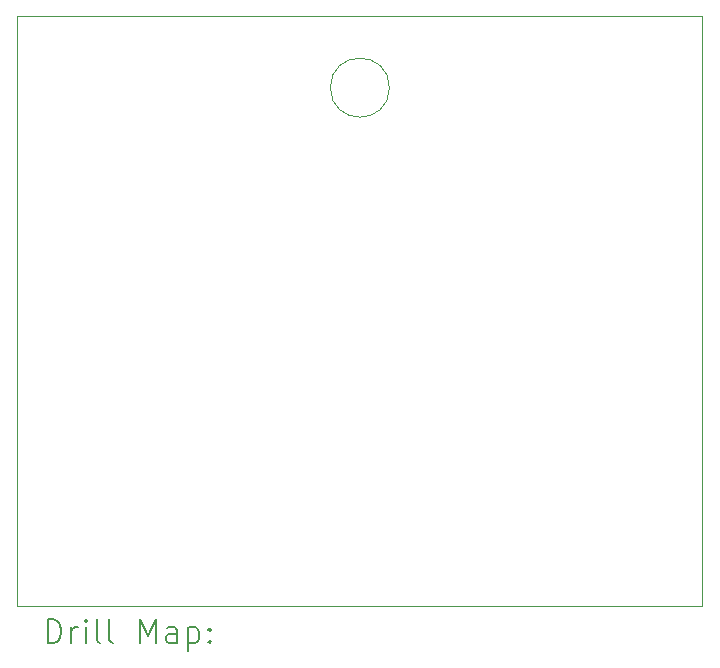
<source format=gbr>
%FSLAX45Y45*%
G04 Gerber Fmt 4.5, Leading zero omitted, Abs format (unit mm)*
G04 Created by KiCad (PCBNEW (6.0.1)) date 2022-03-03 11:39:04*
%MOMM*%
%LPD*%
G01*
G04 APERTURE LIST*
%TA.AperFunction,Profile*%
%ADD10C,0.038100*%
%TD*%
%TA.AperFunction,Profile*%
%ADD11C,0.050000*%
%TD*%
%ADD12C,0.200000*%
G04 APERTURE END LIST*
D10*
X11000000Y-5800000D02*
X16800000Y-5800000D01*
X16800000Y-5800000D02*
X16800000Y-10800000D01*
X16800000Y-10800000D02*
X11000000Y-10800000D01*
X11000000Y-10800000D02*
X11000000Y-5800000D01*
D11*
X14150000Y-6410000D02*
G75*
G03*
X14150000Y-6410000I-250000J0D01*
G01*
D12*
X11255714Y-11112381D02*
X11255714Y-10912381D01*
X11303333Y-10912381D01*
X11331904Y-10921905D01*
X11350952Y-10940953D01*
X11360476Y-10960000D01*
X11370000Y-10998095D01*
X11370000Y-11026667D01*
X11360476Y-11064762D01*
X11350952Y-11083810D01*
X11331904Y-11102857D01*
X11303333Y-11112381D01*
X11255714Y-11112381D01*
X11455714Y-11112381D02*
X11455714Y-10979048D01*
X11455714Y-11017143D02*
X11465238Y-10998095D01*
X11474762Y-10988572D01*
X11493809Y-10979048D01*
X11512857Y-10979048D01*
X11579523Y-11112381D02*
X11579523Y-10979048D01*
X11579523Y-10912381D02*
X11570000Y-10921905D01*
X11579523Y-10931429D01*
X11589047Y-10921905D01*
X11579523Y-10912381D01*
X11579523Y-10931429D01*
X11703333Y-11112381D02*
X11684285Y-11102857D01*
X11674762Y-11083810D01*
X11674762Y-10912381D01*
X11808095Y-11112381D02*
X11789047Y-11102857D01*
X11779523Y-11083810D01*
X11779523Y-10912381D01*
X12036666Y-11112381D02*
X12036666Y-10912381D01*
X12103333Y-11055238D01*
X12170000Y-10912381D01*
X12170000Y-11112381D01*
X12350952Y-11112381D02*
X12350952Y-11007619D01*
X12341428Y-10988572D01*
X12322381Y-10979048D01*
X12284285Y-10979048D01*
X12265238Y-10988572D01*
X12350952Y-11102857D02*
X12331904Y-11112381D01*
X12284285Y-11112381D01*
X12265238Y-11102857D01*
X12255714Y-11083810D01*
X12255714Y-11064762D01*
X12265238Y-11045715D01*
X12284285Y-11036191D01*
X12331904Y-11036191D01*
X12350952Y-11026667D01*
X12446190Y-10979048D02*
X12446190Y-11179048D01*
X12446190Y-10988572D02*
X12465238Y-10979048D01*
X12503333Y-10979048D01*
X12522381Y-10988572D01*
X12531904Y-10998095D01*
X12541428Y-11017143D01*
X12541428Y-11074286D01*
X12531904Y-11093334D01*
X12522381Y-11102857D01*
X12503333Y-11112381D01*
X12465238Y-11112381D01*
X12446190Y-11102857D01*
X12627143Y-11093334D02*
X12636666Y-11102857D01*
X12627143Y-11112381D01*
X12617619Y-11102857D01*
X12627143Y-11093334D01*
X12627143Y-11112381D01*
X12627143Y-10988572D02*
X12636666Y-10998095D01*
X12627143Y-11007619D01*
X12617619Y-10998095D01*
X12627143Y-10988572D01*
X12627143Y-11007619D01*
M02*

</source>
